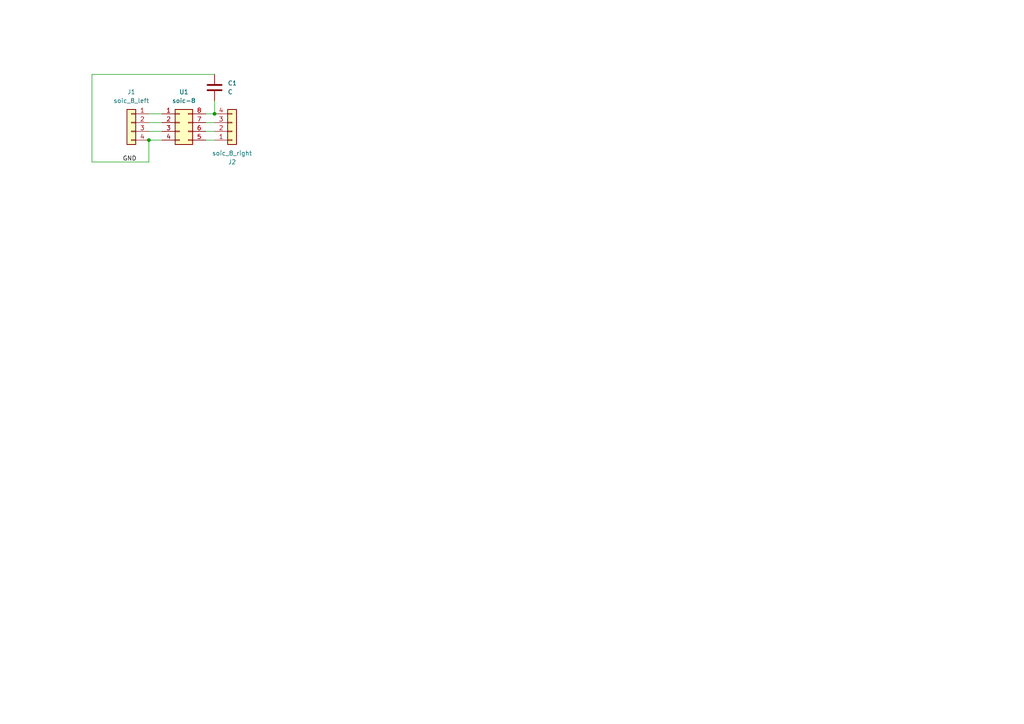
<source format=kicad_sch>
(kicad_sch (version 20231120) (generator "eeschema") (generator_version "8.0")
  (paper "A4")
  (lib_symbols
    (symbol "Connector_Generic:Conn_01x04" (pin_names (offset 1.016) hide)
      (property "Reference" "J" (at 0 5.08 0))
      (property "Value" "Conn_01x04" (at 0 -7.62 0))
      (symbol "Conn_01x04_1_1"
        (rectangle (start -1.27 -4.953) (end 0 -5.207) (stroke (width 0.1524)))
        (rectangle (start -1.27 -2.413) (end 0 -2.667) (stroke (width 0.1524)))
        (rectangle (start -1.27 0.127) (end 0 -0.127) (stroke (width 0.1524)))
        (rectangle (start -1.27 2.667) (end 0 2.413) (stroke (width 0.1524)))
        (rectangle (start -1.27 3.81) (end 1.27 -6.35) (stroke (width 0.254)) (fill (type background)))
        (pin passive line (at -5.08 2.54 0) (length 3.81) (name "Pin_1") (number "1"))
        (pin passive line (at -5.08 0 0) (length 3.81) (name "Pin_2") (number "2"))
        (pin passive line (at -5.08 -2.54 0) (length 3.81) (name "Pin_3") (number "3"))
        (pin passive line (at -5.08 -5.08 0) (length 3.81) (name "Pin_4") (number "4"))
      )
    )
    (symbol "Connector_Generic:Conn_02x04_Counter_Clockwise" (pin_names (offset 1.016) hide)
      (property "Reference" "J" (at 1.27 5.08 0))
      (property "Value" "Conn_02x04_Counter_Clockwise" (at 1.27 -7.62 0))
      (symbol "Conn_02x04_Counter_Clockwise_1_1"
        (rectangle (start -1.27 -4.953) (end 0 -5.207) (stroke (width 0.1524)))
        (rectangle (start -1.27 -2.413) (end 0 -2.667) (stroke (width 0.1524)))
        (rectangle (start -1.27 0.127) (end 0 -0.127) (stroke (width 0.1524)))
        (rectangle (start -1.27 2.667) (end 0 2.413) (stroke (width 0.1524)))
        (rectangle (start -1.27 3.81) (end 3.81 -6.35) (stroke (width 0.254)) (fill (type background)))
        (rectangle (start 3.81 -4.953) (end 2.54 -5.207) (stroke (width 0.1524)))
        (rectangle (start 3.81 -2.413) (end 2.54 -2.667) (stroke (width 0.1524)))
        (rectangle (start 3.81 0.127) (end 2.54 -0.127) (stroke (width 0.1524)))
        (rectangle (start 3.81 2.667) (end 2.54 2.413) (stroke (width 0.1524)))
        (pin passive line (at -5.08 2.54 0) (length 3.81) (name "Pin_1") (number "1"))
        (pin passive line (at -5.08 0 0) (length 3.81) (name "Pin_2") (number "2"))
        (pin passive line (at -5.08 -2.54 0) (length 3.81) (name "Pin_3") (number "3"))
        (pin passive line (at -5.08 -5.08 0) (length 3.81) (name "Pin_4") (number "4"))
        (pin passive line (at 7.62 -5.08 180) (length 3.81) (name "Pin_5") (number "5"))
        (pin passive line (at 7.62 -2.54 180) (length 3.81) (name "Pin_6") (number "6"))
        (pin passive line (at 7.62 0 180) (length 3.81) (name "Pin_7") (number "7"))
        (pin passive line (at 7.62 2.54 180) (length 3.81) (name "Pin_8") (number "8"))
      )
    )
    (symbol "Device:C" (pin_numbers hide) (pin_names (offset 0.254))
      (property "Reference" "C" (at 0.635 2.54 0))
      (property "Value" "C" (at 0.635 -2.54 0))
      (symbol "C_0_1"
        (polyline (pts (xy -2.032 -0.762) (xy 2.032 -0.762)) (stroke (width 0.508)))
        (polyline (pts (xy -2.032 0.762) (xy 2.032 0.762)) (stroke (width 0.508)))
      )
      (symbol "C_1_1"
        (pin passive line (at 0 3.81 270) (length 2.794) (name "~") (number "1"))
        (pin passive line (at 0 -3.81 90) (length 2.794) (name "~") (number "2"))
      )
    )
  )
  (junction (at 43.18 40.64))
  (junction (at 62.23 33.02))
  (wire (pts (xy 43.18 38.1) (xy 46.99 38.1)))
  (wire (pts (xy 43.18 46.99) (xy 43.18 40.64)))
  (wire (pts (xy 26.67 46.99) (xy 43.18 46.99)))
  (wire (pts (xy 43.18 40.64) (xy 46.99 40.64)))
  (wire (pts (xy 62.23 21.59) (xy 26.67 21.59)))
  (wire (pts (xy 59.69 38.1) (xy 62.23 38.1)))
  (wire (pts (xy 59.69 35.56) (xy 62.23 35.56)))
  (wire (pts (xy 43.18 33.02) (xy 46.99 33.02)))
  (wire (pts (xy 62.23 29.21) (xy 62.23 33.02)))
  (wire (pts (xy 59.69 33.02) (xy 62.23 33.02)))
  (wire (pts (xy 26.67 21.59) (xy 26.67 46.99)))
  (wire (pts (xy 59.69 40.64) (xy 62.23 40.64)))
  (wire (pts (xy 43.18 35.56) (xy 46.99 35.56)))
  (label "GND" (at 35.56 46.99 0))
  (symbol (lib_id "Connector_Generic:Conn_01x04") (at 38.1 35.56 0) (mirror y) (unit 1)
    (property "Reference" "J1" (at 38.1 26.67 0))
    (property "Value" "soic_8_left" (at 38.1 29.21 0))
    (property "Footprint" "Connector_PinHeader_2.54mm:PinHeader_1x04_P2.54mm_Vertical" (effects (hide yes)))
    (property "Description" "Generic connector, single row, 01x04, script generated (kicad-library-utils/schlib/autogen/connector/)" (effects (hide yes)))
  )
  (symbol (lib_id "Device:C") (at 62.23 25.4 0) (unit 1)
    (property "Reference" "C1" (at 66.04 24.1299 0) (effects (justify left)))
    (property "Value" "C" (at 66.04 26.6699 0) (effects (justify left)))
    (property "Footprint" "Capacitor_SMD:C_0805_2012Metric_Pad1.18x1.45mm_HandSolder" (effects (hide yes)))
    (property "Description" "Unpolarized capacitor" (effects (hide yes)))
  )
  (symbol (lib_id "Connector_Generic:Conn_01x04") (at 67.31 38.1 0) (mirror x) (unit 1)
    (property "Reference" "J2" (at 67.31 46.99 0))
    (property "Value" "soic_8_right" (at 67.31 44.45 0))
    (property "Footprint" "Connector_PinHeader_2.54mm:PinHeader_1x04_P2.54mm_Vertical" (effects (hide yes)))
    (property "Description" "Generic connector, single row, 01x04, script generated (kicad-library-utils/schlib/autogen/connector/)" (effects (hide yes)))
  )
  (symbol (lib_id "Connector_Generic:Conn_02x04_Counter_Clockwise") (at 52.07 35.56 0) (unit 1)
    (property "Reference" "U1" (at 53.34 26.67 0))
    (property "Value" "soic-8" (at 53.34 29.21 0))
    (property "Footprint" "Package_SO:SOIC-8_3.9x4.9mm_P1.27mm" (effects (hide yes)))
    (property "Description" "Generic connector, double row, 02x04, counter clockwise pin numbering scheme (similar to DIP package numbering), script generated (kicad-library-utils/schlib/autogen/connector/)" (effects (hide yes)))
  )
)
</source>
